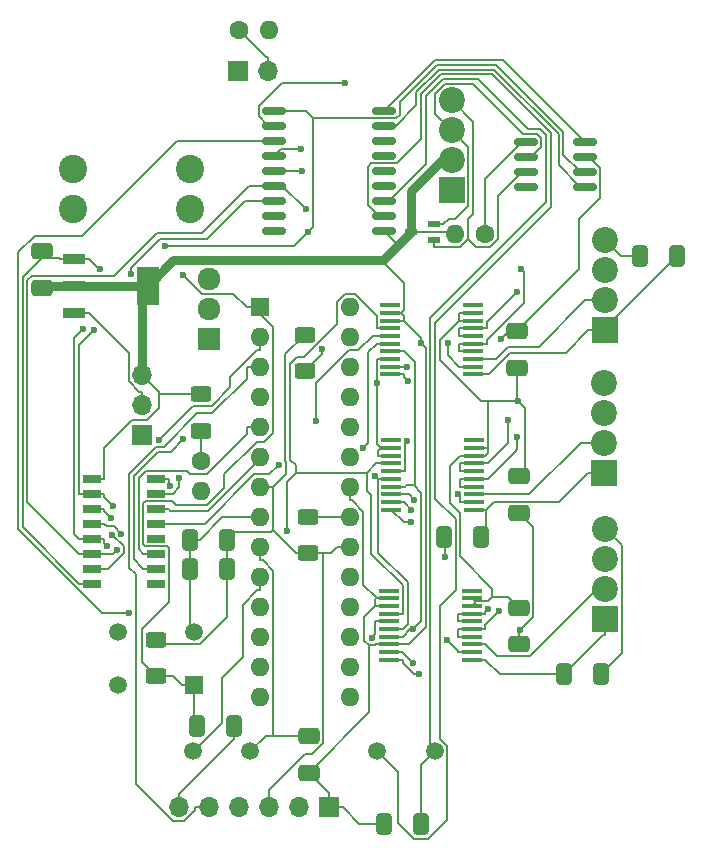
<source format=gbr>
%TF.GenerationSoftware,KiCad,Pcbnew,8.0.1-rc1*%
%TF.CreationDate,2024-11-21T18:28:05-08:00*%
%TF.ProjectId,AMS - CANBus Sensor - Temperature - RTD,414d5320-2d20-4434-914e-427573205365,rev?*%
%TF.SameCoordinates,Original*%
%TF.FileFunction,Copper,L2,Bot*%
%TF.FilePolarity,Positive*%
%FSLAX46Y46*%
G04 Gerber Fmt 4.6, Leading zero omitted, Abs format (unit mm)*
G04 Created by KiCad (PCBNEW 8.0.1-rc1) date 2024-11-21 18:28:05*
%MOMM*%
%LPD*%
G01*
G04 APERTURE LIST*
G04 Aperture macros list*
%AMRoundRect*
0 Rectangle with rounded corners*
0 $1 Rounding radius*
0 $2 $3 $4 $5 $6 $7 $8 $9 X,Y pos of 4 corners*
0 Add a 4 corners polygon primitive as box body*
4,1,4,$2,$3,$4,$5,$6,$7,$8,$9,$2,$3,0*
0 Add four circle primitives for the rounded corners*
1,1,$1+$1,$2,$3*
1,1,$1+$1,$4,$5*
1,1,$1+$1,$6,$7*
1,1,$1+$1,$8,$9*
0 Add four rect primitives between the rounded corners*
20,1,$1+$1,$2,$3,$4,$5,0*
20,1,$1+$1,$4,$5,$6,$7,0*
20,1,$1+$1,$6,$7,$8,$9,0*
20,1,$1+$1,$8,$9,$2,$3,0*%
G04 Aperture macros list end*
%TA.AperFunction,SMDPad,CuDef*%
%ADD10RoundRect,0.250000X-0.412500X-0.650000X0.412500X-0.650000X0.412500X0.650000X-0.412500X0.650000X0*%
%TD*%
%TA.AperFunction,ComponentPad*%
%ADD11C,2.400000*%
%TD*%
%TA.AperFunction,ComponentPad*%
%ADD12R,1.500000X1.500000*%
%TD*%
%TA.AperFunction,ComponentPad*%
%ADD13C,1.500000*%
%TD*%
%TA.AperFunction,ComponentPad*%
%ADD14R,1.920000X1.920000*%
%TD*%
%TA.AperFunction,ComponentPad*%
%ADD15C,1.920000*%
%TD*%
%TA.AperFunction,SMDPad,CuDef*%
%ADD16R,1.850000X0.900000*%
%TD*%
%TA.AperFunction,SMDPad,CuDef*%
%ADD17R,1.850000X3.200000*%
%TD*%
%TA.AperFunction,SMDPad,CuDef*%
%ADD18R,1.525000X0.650000*%
%TD*%
%TA.AperFunction,SMDPad,CuDef*%
%ADD19R,1.000000X0.550000*%
%TD*%
%TA.AperFunction,ComponentPad*%
%ADD20C,1.600000*%
%TD*%
%TA.AperFunction,ComponentPad*%
%ADD21O,1.600000X1.600000*%
%TD*%
%TA.AperFunction,ComponentPad*%
%ADD22R,2.200000X2.200000*%
%TD*%
%TA.AperFunction,ComponentPad*%
%ADD23C,2.200000*%
%TD*%
%TA.AperFunction,ComponentPad*%
%ADD24R,1.700000X1.700000*%
%TD*%
%TA.AperFunction,ComponentPad*%
%ADD25O,1.700000X1.700000*%
%TD*%
%TA.AperFunction,ComponentPad*%
%ADD26R,1.600000X1.600000*%
%TD*%
%TA.AperFunction,SMDPad,CuDef*%
%ADD27RoundRect,0.250000X0.650000X-0.412500X0.650000X0.412500X-0.650000X0.412500X-0.650000X-0.412500X0*%
%TD*%
%TA.AperFunction,SMDPad,CuDef*%
%ADD28RoundRect,0.250000X-0.650000X0.412500X-0.650000X-0.412500X0.650000X-0.412500X0.650000X0.412500X0*%
%TD*%
%TA.AperFunction,SMDPad,CuDef*%
%ADD29RoundRect,0.150000X0.825000X0.150000X-0.825000X0.150000X-0.825000X-0.150000X0.825000X-0.150000X0*%
%TD*%
%TA.AperFunction,SMDPad,CuDef*%
%ADD30R,1.705000X0.450000*%
%TD*%
%TA.AperFunction,SMDPad,CuDef*%
%ADD31RoundRect,0.250000X-0.625000X0.400000X-0.625000X-0.400000X0.625000X-0.400000X0.625000X0.400000X0*%
%TD*%
%TA.AperFunction,SMDPad,CuDef*%
%ADD32RoundRect,0.250000X0.412500X0.650000X-0.412500X0.650000X-0.412500X-0.650000X0.412500X-0.650000X0*%
%TD*%
%TA.AperFunction,SMDPad,CuDef*%
%ADD33RoundRect,0.150000X0.875000X0.150000X-0.875000X0.150000X-0.875000X-0.150000X0.875000X-0.150000X0*%
%TD*%
%TA.AperFunction,SMDPad,CuDef*%
%ADD34RoundRect,0.250000X0.625000X-0.400000X0.625000X0.400000X-0.625000X0.400000X-0.625000X-0.400000X0*%
%TD*%
%TA.AperFunction,ViaPad*%
%ADD35C,0.600000*%
%TD*%
%TA.AperFunction,Conductor*%
%ADD36C,0.200000*%
%TD*%
%TA.AperFunction,Conductor*%
%ADD37C,0.762000*%
%TD*%
G04 APERTURE END LIST*
D10*
%TO.P,C10,2*%
%TO.N,/MAX31865AAP+1/RTDIn+*%
X176219551Y-77425242D03*
%TO.P,C10,1*%
%TO.N,/MAX31865AAP+1/RTDin-*%
X173094551Y-77425242D03*
%TD*%
D11*
%TO.P,U5,1,1*%
%TO.N,Net-(Q1-Pad3)*%
X134999500Y-70018000D03*
%TO.P,U5,2,2*%
X134999500Y-73418000D03*
%TO.P,U5,3,3*%
%TO.N,+VDC*%
X125079500Y-70018000D03*
%TO.P,U5,4,4*%
X125079500Y-73418000D03*
%TD*%
D12*
%TO.P,Reset1,1,NO_1*%
%TO.N,/BareMinAtmel328P/RESET*%
X135385300Y-113752500D03*
D13*
%TO.P,Reset1,2,NO_2*%
%TO.N,unconnected-(Reset1-NO_2-Pad2)*%
X128885300Y-113752500D03*
%TO.P,Reset1,3,COM_1*%
%TO.N,GND*%
X135385300Y-109252500D03*
%TO.P,Reset1,4,COM_2*%
%TO.N,unconnected-(Reset1-COM_2-Pad4)*%
X128885300Y-109252500D03*
%TD*%
D14*
%TO.P,Q1,1*%
%TO.N,Net-(Q1-Pad1)*%
X136586000Y-84423600D03*
D15*
%TO.P,Q1,2*%
%TO.N,Net-(J1-Pin_1)*%
X136586000Y-81883600D03*
%TO.P,Q1,3*%
%TO.N,Net-(Q1-Pad3)*%
X136586000Y-79343600D03*
%TD*%
D16*
%TO.P,IC5,1,INPUT*%
%TO.N,+5V*%
X125227300Y-82238500D03*
%TO.P,IC5,2,ADJ/GND_1*%
%TO.N,GND*%
X125227300Y-79938500D03*
%TO.P,IC5,3,OUTPUT*%
%TO.N,+3.3V*%
X125227300Y-77638500D03*
D17*
%TO.P,IC5,4,ADJ/GND_2*%
%TO.N,GND*%
X131427300Y-79938500D03*
%TD*%
D18*
%TO.P,IC4,1,VCC*%
%TO.N,+3.3V*%
X126702000Y-105163600D03*
%TO.P,IC4,2,1Y*%
%TO.N,/MAX31865AAP+1/SLC3v*%
X126702000Y-103893600D03*
%TO.P,IC4,3,1A*%
%TO.N,CLK*%
X126702000Y-102623600D03*
%TO.P,IC4,4,2Y*%
%TO.N,MISO*%
X126702000Y-101353600D03*
%TO.P,IC4,5,2A*%
%TO.N,/MAX31865AAP+1/MISO3v*%
X126702000Y-100083600D03*
%TO.P,IC4,6,3Y*%
%TO.N,/MAX31865AAP+1/MOSI3v*%
X126702000Y-98813600D03*
%TO.P,IC4,7,3A*%
%TO.N,MOSI*%
X126702000Y-97543600D03*
%TO.P,IC4,8,GND*%
%TO.N,GND*%
X126702000Y-96273600D03*
%TO.P,IC4,9,4A*%
%TO.N,/BareMinAtmel328P/PD5-D5*%
X132126000Y-96273600D03*
%TO.P,IC4,10,4Y*%
%TO.N,/MAX31865AAP+3/CS3v*%
X132126000Y-97543600D03*
%TO.P,IC4,11,5A*%
%TO.N,/BareMinAtmel328P/PD4-D4*%
X132126000Y-98813600D03*
%TO.P,IC4,12,5Y*%
%TO.N,/MAX31865AAP+2/CS3v*%
X132126000Y-100083600D03*
%TO.P,IC4,13,NC_1*%
%TO.N,unconnected-(IC4-NC_1-Pad13)*%
X132126000Y-101353600D03*
%TO.P,IC4,14,6A*%
%TO.N,/BareMinAtmel328P/PD3-D3*%
X132126000Y-102623600D03*
%TO.P,IC4,15,6Y*%
%TO.N,/MAX31865AAP+1/CS3v*%
X132126000Y-103893600D03*
%TO.P,IC4,16,NC_2*%
%TO.N,unconnected-(IC4-NC_2-Pad16)*%
X132126000Y-105163600D03*
%TD*%
D19*
%TO.P,D1,1,CATHODE_1*%
%TO.N,CANBUS_H*%
X155655900Y-74744100D03*
%TO.P,D1,2,CATHODE_2*%
%TO.N,CANBUS_L*%
X155655900Y-76044100D03*
%TO.P,D1,3,COMMON_ANODE*%
%TO.N,GND*%
X153755900Y-75394100D03*
%TD*%
D20*
%TO.P,R7,1*%
%TO.N,Net-(J5-Pin_2)*%
X139116100Y-58260700D03*
D21*
%TO.P,R7,2*%
%TO.N,CANBUS_L*%
X141656100Y-58260700D03*
%TD*%
D22*
%TO.P,J1,1,Pin_1*%
%TO.N,Net-(J1-Pin_1)*%
X157148000Y-71872800D03*
D23*
%TO.P,J1,2,Pin_2*%
%TO.N,GND*%
X157148000Y-69332800D03*
%TO.P,J1,3,Pin_3*%
%TO.N,CANBUS_H*%
X157148000Y-66792800D03*
%TO.P,J1,4,Pin_4*%
%TO.N,CANBUS_L*%
X157148000Y-64252800D03*
%TD*%
D20*
%TO.P,NTC1,1*%
%TO.N,/BareMinAtmel328P/PC0-A0*%
X135965600Y-94809500D03*
D21*
%TO.P,NTC1,2*%
%TO.N,+5V*%
X135965600Y-97349500D03*
%TD*%
D24*
%TO.P,J3,1,Pin_1*%
%TO.N,GND*%
X146767300Y-124094700D03*
D25*
%TO.P,J3,2,Pin_2*%
%TO.N,unconnected-(J3-Pin_2-Pad2)*%
X144227300Y-124094700D03*
%TO.P,J3,3,Pin_3*%
%TO.N,+5V*%
X141687300Y-124094700D03*
%TO.P,J3,4,Pin_4*%
%TO.N,/BareMinAtmel328P/PD0-RX*%
X139147300Y-124094700D03*
%TO.P,J3,5,Pin_5*%
%TO.N,/BareMinAtmel328P/PD1-TX*%
X136607300Y-124094700D03*
%TO.P,J3,6,Pin_6*%
%TO.N,Net-(J3-Pin_6)*%
X134067300Y-124094700D03*
%TD*%
D22*
%TO.P,J15,1,Pin_1*%
%TO.N,/MAX31865AAP+2/RTDIn+*%
X170096300Y-95754700D03*
D23*
%TO.P,J15,2,Pin_2*%
%TO.N,/MAX31865AAP+2/FORCE+*%
X170096300Y-93214700D03*
%TO.P,J15,3,Pin_3*%
%TO.N,/MAX31865AAP+2/FORCE-*%
X170096300Y-90674700D03*
%TO.P,J15,4,Pin_4*%
%TO.N,/MAX31865AAP+2/RTDin-*%
X170096300Y-88134700D03*
%TD*%
D20*
%TO.P,R6,1*%
%TO.N,Net-(U4-Rs)*%
X159962900Y-75582300D03*
D21*
%TO.P,R6,2*%
%TO.N,GND*%
X157422900Y-75582300D03*
%TD*%
D22*
%TO.P,J14,1,Pin_1*%
%TO.N,/MAX31865AAP+1/RTDIn+*%
X170140100Y-83727200D03*
D23*
%TO.P,J14,2,Pin_2*%
%TO.N,/MAX31865AAP+1/FORCE+*%
X170140100Y-81187200D03*
%TO.P,J14,3,Pin_3*%
%TO.N,/MAX31865AAP+1/FORCE-*%
X170140100Y-78647200D03*
%TO.P,J14,4,Pin_4*%
%TO.N,/MAX31865AAP+1/RTDin-*%
X170140100Y-76107200D03*
%TD*%
D22*
%TO.P,J16,1,Pin_1*%
%TO.N,/MAX31865AAP+3/RTDIn+*%
X170157100Y-108131600D03*
D23*
%TO.P,J16,2,Pin_2*%
%TO.N,/MAX31865AAP+3/FORCE+*%
X170157100Y-105591600D03*
%TO.P,J16,3,Pin_3*%
%TO.N,/MAX31865AAP+3/FORCE-*%
X170157100Y-103051600D03*
%TO.P,J16,4,Pin_4*%
%TO.N,/MAX31865AAP+3/RTDin-*%
X170157100Y-100511600D03*
%TD*%
D24*
%TO.P,Powerboard1,1,Pin_1*%
%TO.N,+VDC*%
X130976300Y-92602600D03*
D25*
%TO.P,Powerboard1,2,Pin_2*%
%TO.N,+5V*%
X130976300Y-90062600D03*
%TO.P,Powerboard1,3,Pin_3*%
%TO.N,GND*%
X130976300Y-87522600D03*
%TD*%
D26*
%TO.P,U2,1,~{RESET}/PC6*%
%TO.N,/BareMinAtmel328P/RESET*%
X140929500Y-81761800D03*
D21*
%TO.P,U2,2,PD0*%
%TO.N,/BareMinAtmel328P/PD0-RX*%
X140929500Y-84301800D03*
%TO.P,U2,3,PD1*%
%TO.N,/BareMinAtmel328P/PD1-TX*%
X140929500Y-86841800D03*
%TO.P,U2,4,PD2*%
%TO.N,/BareMinAtmel328P/PD2-D2*%
X140929500Y-89381800D03*
%TO.P,U2,5,PD3*%
%TO.N,/BareMinAtmel328P/PD3-D3*%
X140929500Y-91921800D03*
%TO.P,U2,6,PD4*%
%TO.N,/BareMinAtmel328P/PD4-D4*%
X140929500Y-94461800D03*
%TO.P,U2,7,VCC*%
%TO.N,+5V*%
X140929500Y-97001800D03*
%TO.P,U2,8,GND*%
%TO.N,GND*%
X140929500Y-99541800D03*
%TO.P,U2,9,XTAL1/PB6*%
%TO.N,Net-(U2-XTAL1{slash}PB6)*%
X140929500Y-102081800D03*
%TO.P,U2,10,XTAL2/PB7*%
%TO.N,Net-(U2-XTAL2{slash}PB7)*%
X140929500Y-104621800D03*
%TO.P,U2,11,PD5*%
%TO.N,/BareMinAtmel328P/PD5-D5*%
X140929500Y-107161800D03*
%TO.P,U2,12,PD6*%
%TO.N,/BareMinAtmel328P/PD6-D6*%
X140929500Y-109701800D03*
%TO.P,U2,13,PD7*%
%TO.N,/BareMinAtmel328P/PD7-D7*%
X140929500Y-112241800D03*
%TO.P,U2,14,PB0*%
%TO.N,/BareMinAtmel328P/PB0-D8*%
X140929500Y-114781800D03*
%TO.P,U2,15,PB1*%
%TO.N,/BareMinAtmel328P/PB1-D9*%
X148549500Y-114781800D03*
%TO.P,U2,16,PB2*%
%TO.N,/BareMinAtmel328P/PB2-D10-SS*%
X148549500Y-112241800D03*
%TO.P,U2,17,PB3*%
%TO.N,MOSI*%
X148549500Y-109701800D03*
%TO.P,U2,18,PB4*%
%TO.N,MISO*%
X148549500Y-107161800D03*
%TO.P,U2,19,PB5*%
%TO.N,CLK*%
X148549500Y-104621800D03*
%TO.P,U2,20,AVCC*%
%TO.N,+5V*%
X148549500Y-102081800D03*
%TO.P,U2,21,AREF*%
%TO.N,/BareMinAtmel328P/AREF*%
X148549500Y-99541800D03*
%TO.P,U2,22,GND*%
%TO.N,GND*%
X148549500Y-97001800D03*
%TO.P,U2,23,PC0*%
%TO.N,/BareMinAtmel328P/PC0-A0*%
X148549500Y-94461800D03*
%TO.P,U2,24,PC1*%
%TO.N,/BareMinAtmel328P/PC1-A1*%
X148549500Y-91921800D03*
%TO.P,U2,25,PC2*%
%TO.N,/BareMinAtmel328P/PC2-A2*%
X148549500Y-89381800D03*
%TO.P,U2,26,PC3*%
%TO.N,/BareMinAtmel328P/PC3-A3*%
X148549500Y-86841800D03*
%TO.P,U2,27,PC4*%
%TO.N,/BareMinAtmel328P/PC4-A4-SDA*%
X148549500Y-84301800D03*
%TO.P,U2,28,PC5*%
%TO.N,/BareMinAtmel328P/PC5-A5-SCL*%
X148549500Y-81761800D03*
%TD*%
D24*
%TO.P,J5,1,Pin_1*%
%TO.N,CANBUS_H*%
X139049600Y-61738500D03*
D25*
%TO.P,J5,2,Pin_2*%
%TO.N,Net-(J5-Pin_2)*%
X141589600Y-61738500D03*
%TD*%
D13*
%TO.P,Y2,2,2*%
%TO.N,Net-(U3-OSC2)*%
X155712100Y-119374400D03*
%TO.P,Y2,1,1*%
%TO.N,Net-(U3-OSC1)*%
X150832100Y-119374400D03*
%TD*%
%TO.P,Y1,1,1*%
%TO.N,Net-(U2-XTAL2{slash}PB7)*%
X135241300Y-119345300D03*
%TO.P,Y1,2,2*%
%TO.N,Net-(U2-XTAL1{slash}PB6)*%
X140121300Y-119345300D03*
%TD*%
D27*
%TO.P,C17,1*%
%TO.N,GND*%
X122452500Y-80108100D03*
%TO.P,C17,2*%
%TO.N,+3.3V*%
X122452500Y-76983100D03*
%TD*%
D28*
%TO.P,C2,1*%
%TO.N,Net-(U2-XTAL1{slash}PB6)*%
X145046300Y-118038200D03*
%TO.P,C2,2*%
%TO.N,GND*%
X145046300Y-121163200D03*
%TD*%
D29*
%TO.P,U4,1,TXD*%
%TO.N,/CANBUS-MCP2515/TXtoCANTC*%
X168429800Y-67769000D03*
%TO.P,U4,2,VSS*%
%TO.N,GND*%
X168429800Y-69039000D03*
%TO.P,U4,3,VDD*%
%TO.N,+5V*%
X168429800Y-70309000D03*
%TO.P,U4,4,RXD*%
%TO.N,/CANBUS-MCP2515/RXtoCANTC*%
X168429800Y-71579000D03*
%TO.P,U4,5,Vref*%
%TO.N,unconnected-(U4-Vref-Pad5)*%
X163479800Y-71579000D03*
%TO.P,U4,6,CANL*%
%TO.N,CANBUS_L*%
X163479800Y-70309000D03*
%TO.P,U4,7,CANH*%
%TO.N,CANBUS_H*%
X163479800Y-69039000D03*
%TO.P,U4,8,Rs*%
%TO.N,Net-(U4-Rs)*%
X163479800Y-67769000D03*
%TD*%
D30*
%TO.P,IC2,1,~{DRDY}*%
%TO.N,unconnected-(IC2-~{DRDY}-Pad1)*%
X159052800Y-93041700D03*
%TO.P,IC2,2,DVDD*%
%TO.N,+3.3V*%
X159052800Y-93691700D03*
%TO.P,IC2,3,VDD*%
X159052800Y-94341700D03*
%TO.P,IC2,4,BIAS*%
%TO.N,Net-(IC2-BIAS)*%
X159052800Y-94991700D03*
%TO.P,IC2,5,REFIN+*%
X159052800Y-95641700D03*
%TO.P,IC2,6,REFIN-*%
%TO.N,Net-(IC2-ISENSOR)*%
X159052800Y-96291700D03*
%TO.P,IC2,7,ISENSOR*%
X159052800Y-96941700D03*
%TO.P,IC2,8,FORCE+*%
%TO.N,/MAX31865AAP+2/FORCE+*%
X159052800Y-97591700D03*
%TO.P,IC2,9,FORCE2*%
%TO.N,Net-(IC2-FORCE2)*%
X159052800Y-98241700D03*
%TO.P,IC2,10,RTDIN+*%
%TO.N,/MAX31865AAP+2/RTDIn+*%
X159052800Y-98891700D03*
%TO.P,IC2,11,RTDIN-*%
%TO.N,/MAX31865AAP+2/RTDin-*%
X152056800Y-98891700D03*
%TO.P,IC2,12,FORCE-*%
%TO.N,/MAX31865AAP+2/FORCE-*%
X152056800Y-98241700D03*
%TO.P,IC2,13,GND2*%
%TO.N,GND*%
X152056800Y-97591700D03*
%TO.P,IC2,14,SDI*%
%TO.N,/MAX31865AAP+1/MOSI3v*%
X152056800Y-96941700D03*
%TO.P,IC2,15,SCLK*%
%TO.N,/MAX31865AAP+1/SLC3v*%
X152056800Y-96291700D03*
%TO.P,IC2,16,~{CS}*%
%TO.N,/MAX31865AAP+2/CS3v*%
X152056800Y-95641700D03*
%TO.P,IC2,17,SDO*%
%TO.N,/MAX31865AAP+1/MISO3v*%
X152056800Y-94991700D03*
%TO.P,IC2,18,DGND*%
%TO.N,GND*%
X152056800Y-94341700D03*
%TO.P,IC2,19,GND*%
X152056800Y-93691700D03*
%TO.P,IC2,20,N.C.*%
%TO.N,unconnected-(IC2-N.C.-Pad20)*%
X152056800Y-93041700D03*
%TD*%
D31*
%TO.P,R4,1*%
%TO.N,+5V*%
X132096400Y-109912300D03*
%TO.P,R4,2*%
%TO.N,/BareMinAtmel328P/RESET*%
X132096400Y-113012300D03*
%TD*%
D27*
%TO.P,C9,1*%
%TO.N,+3.3V*%
X162729800Y-86897200D03*
%TO.P,C9,2*%
%TO.N,GND*%
X162729800Y-83772200D03*
%TD*%
D32*
%TO.P,C4,1*%
%TO.N,Net-(U3-OSC2)*%
X154543600Y-125526100D03*
%TO.P,C4,2*%
%TO.N,GND*%
X151418600Y-125526100D03*
%TD*%
D33*
%TO.P,U3,1,TXCAN*%
%TO.N,/CANBUS-MCP2515/TXtoCANTC*%
X151455100Y-65127000D03*
%TO.P,U3,2,RXCAN*%
%TO.N,/CANBUS-MCP2515/RXtoCANTC*%
X151455100Y-66397000D03*
%TO.P,U3,3,CLKOUT/SOF*%
%TO.N,unconnected-(U3-CLKOUT{slash}SOF-Pad3)*%
X151455100Y-67667000D03*
%TO.P,U3,4,~{TX0RTS}*%
%TO.N,unconnected-(U3-~{TX0RTS}-Pad4)*%
X151455100Y-68937000D03*
%TO.P,U3,5,~{TX1RTS}*%
%TO.N,unconnected-(U3-~{TX1RTS}-Pad5)*%
X151455100Y-70207000D03*
%TO.P,U3,6,~{TX2RTS}*%
%TO.N,unconnected-(U3-~{TX2RTS}-Pad6)*%
X151455100Y-71477000D03*
%TO.P,U3,7,OSC2*%
%TO.N,Net-(U3-OSC2)*%
X151455100Y-72747000D03*
%TO.P,U3,8,OSC1*%
%TO.N,Net-(U3-OSC1)*%
X151455100Y-74017000D03*
%TO.P,U3,9,VSS*%
%TO.N,GND*%
X151455100Y-75287000D03*
%TO.P,U3,10,~{RX1BF}*%
%TO.N,unconnected-(U3-~{RX1BF}-Pad10)*%
X142155100Y-75287000D03*
%TO.P,U3,11,~{RX0BF}*%
%TO.N,unconnected-(U3-~{RX0BF}-Pad11)*%
X142155100Y-74017000D03*
%TO.P,U3,12,~{INT}*%
%TO.N,/BareMinAtmel328P/PD2-D2*%
X142155100Y-72747000D03*
%TO.P,U3,13,SCK*%
%TO.N,CLK*%
X142155100Y-71477000D03*
%TO.P,U3,14,SI*%
%TO.N,MOSI*%
X142155100Y-70207000D03*
%TO.P,U3,15,SO*%
%TO.N,MISO*%
X142155100Y-68937000D03*
%TO.P,U3,16,~{CS}*%
%TO.N,/BareMinAtmel328P/PB1-D9*%
X142155100Y-67667000D03*
%TO.P,U3,17,~{RESET}*%
%TO.N,Net-(U3-~{RESET})*%
X142155100Y-66397000D03*
%TO.P,U3,18,VDD*%
%TO.N,+5V*%
X142155100Y-65127000D03*
%TD*%
D34*
%TO.P,R5,1*%
%TO.N,Net-(U3-~{RESET})*%
X144703000Y-87196800D03*
%TO.P,R5,2*%
%TO.N,+5V*%
X144703000Y-84096800D03*
%TD*%
D31*
%TO.P,R3,1*%
%TO.N,GND*%
X135973000Y-89148700D03*
%TO.P,R3,2*%
%TO.N,/BareMinAtmel328P/PC0-A0*%
X135973000Y-92248700D03*
%TD*%
D30*
%TO.P,IC3,1,~{DRDY}*%
%TO.N,unconnected-(IC3-~{DRDY}-Pad1)*%
X158862000Y-105750800D03*
%TO.P,IC3,2,DVDD*%
%TO.N,+3.3V*%
X158862000Y-106400800D03*
%TO.P,IC3,3,VDD*%
X158862000Y-107050800D03*
%TO.P,IC3,4,BIAS*%
%TO.N,Net-(IC3-BIAS)*%
X158862000Y-107700800D03*
%TO.P,IC3,5,REFIN+*%
X158862000Y-108350800D03*
%TO.P,IC3,6,REFIN-*%
%TO.N,Net-(IC3-ISENSOR)*%
X158862000Y-109000800D03*
%TO.P,IC3,7,ISENSOR*%
X158862000Y-109650800D03*
%TO.P,IC3,8,FORCE+*%
%TO.N,/MAX31865AAP+3/FORCE+*%
X158862000Y-110300800D03*
%TO.P,IC3,9,FORCE2*%
%TO.N,Net-(IC3-FORCE2)*%
X158862000Y-110950800D03*
%TO.P,IC3,10,RTDIN+*%
%TO.N,/MAX31865AAP+3/RTDIn+*%
X158862000Y-111600800D03*
%TO.P,IC3,11,RTDIN-*%
%TO.N,/MAX31865AAP+3/RTDin-*%
X151866000Y-111600800D03*
%TO.P,IC3,12,FORCE-*%
%TO.N,/MAX31865AAP+3/FORCE-*%
X151866000Y-110950800D03*
%TO.P,IC3,13,GND2*%
%TO.N,GND*%
X151866000Y-110300800D03*
%TO.P,IC3,14,SDI*%
%TO.N,/MAX31865AAP+1/MOSI3v*%
X151866000Y-109650800D03*
%TO.P,IC3,15,SCLK*%
%TO.N,/MAX31865AAP+1/SLC3v*%
X151866000Y-109000800D03*
%TO.P,IC3,16,~{CS}*%
%TO.N,/MAX31865AAP+3/CS3v*%
X151866000Y-108350800D03*
%TO.P,IC3,17,SDO*%
%TO.N,/MAX31865AAP+1/MISO3v*%
X151866000Y-107700800D03*
%TO.P,IC3,18,DGND*%
%TO.N,GND*%
X151866000Y-107050800D03*
%TO.P,IC3,19,GND*%
X151866000Y-106400800D03*
%TO.P,IC3,20,N.C.*%
%TO.N,unconnected-(IC3-N.C.-Pad20)*%
X151866000Y-105750800D03*
%TD*%
D32*
%TO.P,C1,1*%
%TO.N,Net-(J3-Pin_6)*%
X138717100Y-117199700D03*
%TO.P,C1,2*%
%TO.N,/BareMinAtmel328P/RESET*%
X135592100Y-117199700D03*
%TD*%
D31*
%TO.P,R2,1*%
%TO.N,/BareMinAtmel328P/AREF*%
X144995600Y-99509000D03*
%TO.P,R2,2*%
%TO.N,+5V*%
X144995600Y-102609000D03*
%TD*%
D30*
%TO.P,IC1,1,~{DRDY}*%
%TO.N,unconnected-(IC1-~{DRDY}-Pad1)*%
X158961000Y-81591200D03*
%TO.P,IC1,2,DVDD*%
%TO.N,+3.3V*%
X158961000Y-82241200D03*
%TO.P,IC1,3,VDD*%
X158961000Y-82891200D03*
%TO.P,IC1,4,BIAS*%
%TO.N,Net-(IC1-BIAS)*%
X158961000Y-83541200D03*
%TO.P,IC1,5,REFIN+*%
X158961000Y-84191200D03*
%TO.P,IC1,6,REFIN-*%
%TO.N,Net-(IC1-ISENSOR)*%
X158961000Y-84841200D03*
%TO.P,IC1,7,ISENSOR*%
X158961000Y-85491200D03*
%TO.P,IC1,8,FORCE+*%
%TO.N,/MAX31865AAP+1/FORCE+*%
X158961000Y-86141200D03*
%TO.P,IC1,9,FORCE2*%
%TO.N,Net-(IC1-FORCE2)*%
X158961000Y-86791200D03*
%TO.P,IC1,10,RTDIN+*%
%TO.N,/MAX31865AAP+1/RTDIn+*%
X158961000Y-87441200D03*
%TO.P,IC1,11,RTDIN-*%
%TO.N,/MAX31865AAP+1/RTDin-*%
X151965000Y-87441200D03*
%TO.P,IC1,12,FORCE-*%
%TO.N,/MAX31865AAP+1/FORCE-*%
X151965000Y-86791200D03*
%TO.P,IC1,13,GND2*%
%TO.N,GND*%
X151965000Y-86141200D03*
%TO.P,IC1,14,SDI*%
%TO.N,/MAX31865AAP+1/MOSI3v*%
X151965000Y-85491200D03*
%TO.P,IC1,15,SCLK*%
%TO.N,/MAX31865AAP+1/SLC3v*%
X151965000Y-84841200D03*
%TO.P,IC1,16,~{CS}*%
%TO.N,/MAX31865AAP+1/CS3v*%
X151965000Y-84191200D03*
%TO.P,IC1,17,SDO*%
%TO.N,/MAX31865AAP+1/MISO3v*%
X151965000Y-83541200D03*
%TO.P,IC1,18,DGND*%
%TO.N,GND*%
X151965000Y-82891200D03*
%TO.P,IC1,19,GND*%
X151965000Y-82241200D03*
%TO.P,IC1,20,N.C.*%
%TO.N,unconnected-(IC1-N.C.-Pad20)*%
X151965000Y-81591200D03*
%TD*%
D28*
%TO.P,C12,1*%
%TO.N,+3.3V*%
X162889700Y-96066100D03*
%TO.P,C12,2*%
%TO.N,GND*%
X162889700Y-99191100D03*
%TD*%
D32*
%TO.P,C7,1*%
%TO.N,+5V*%
X138126100Y-103901500D03*
%TO.P,C7,2*%
%TO.N,GND*%
X135001100Y-103901500D03*
%TD*%
D10*
%TO.P,C13,1*%
%TO.N,/MAX31865AAP+2/RTDin-*%
X156521000Y-101175400D03*
%TO.P,C13,2*%
%TO.N,/MAX31865AAP+2/RTDIn+*%
X159646000Y-101175400D03*
%TD*%
D32*
%TO.P,C6,1*%
%TO.N,+5V*%
X138122400Y-101431600D03*
%TO.P,C6,2*%
%TO.N,GND*%
X134997400Y-101431600D03*
%TD*%
D28*
%TO.P,C14,1*%
%TO.N,+3.3V*%
X162869100Y-107189900D03*
%TO.P,C14,2*%
%TO.N,GND*%
X162869100Y-110314900D03*
%TD*%
D32*
%TO.P,C16,1*%
%TO.N,/MAX31865AAP+3/RTDin-*%
X169811100Y-112819400D03*
%TO.P,C16,2*%
%TO.N,/MAX31865AAP+3/RTDIn+*%
X166686100Y-112819400D03*
%TD*%
D35*
%TO.N,CLK*%
X144808400Y-73455300D03*
X128797700Y-102279900D03*
%TO.N,MISO*%
X144421600Y-68405300D03*
X127984300Y-101983600D03*
X125982200Y-83637200D03*
%TO.N,MOSI*%
X126867100Y-83718600D03*
X128504700Y-98601700D03*
X144513100Y-70231200D03*
%TO.N,Net-(IC3-ISENSOR)*%
X161205700Y-107462500D03*
%TO.N,Net-(IC3-FORCE2)*%
X156743100Y-109925200D03*
%TO.N,Net-(IC3-BIAS)*%
X160259700Y-107336600D03*
%TO.N,/MAX31865AAP+3/FORCE-*%
X153890900Y-111885500D03*
%TO.N,/MAX31865AAP+3/CS3v*%
X150374600Y-109756000D03*
X134078400Y-96228800D03*
%TO.N,Net-(IC2-FORCE2)*%
X157666100Y-97585300D03*
%TO.N,/MAX31865AAP+2/FORCE-*%
X153734900Y-98888300D03*
%TO.N,Net-(IC2-BIAS)*%
X161968100Y-91318800D03*
%TO.N,Net-(IC2-ISENSOR)*%
X162700100Y-92711800D03*
%TO.N,/MAX31865AAP+2/CS3v*%
X153416500Y-93079100D03*
X142509400Y-95108700D03*
%TO.N,/MAX31865AAP+1/FORCE-*%
X153381600Y-86791100D03*
%TO.N,/MAX31865AAP+1/MISO3v*%
X143249800Y-100688000D03*
X129200900Y-100945500D03*
%TO.N,Net-(IC1-ISENSOR)*%
X162993800Y-78519200D03*
%TO.N,Net-(IC1-FORCE2)*%
X156818300Y-84794800D03*
%TO.N,/MAX31865AAP+1/CS3v*%
X145655000Y-91359300D03*
X134441200Y-92918000D03*
%TO.N,/MAX31865AAP+1/SLC3v*%
X149620900Y-93690000D03*
X128399100Y-101009700D03*
X150686300Y-96075400D03*
%TO.N,Net-(IC1-BIAS)*%
X162657400Y-80480600D03*
%TO.N,/MAX31865AAP+1/MOSI3v*%
X153854900Y-109017400D03*
X128294700Y-99581700D03*
%TO.N,+3.3V*%
X162762700Y-89703800D03*
X127426900Y-78493400D03*
%TO.N,/MAX31865AAP+3/RTDin-*%
X154362900Y-112825200D03*
%TO.N,/MAX31865AAP+2/RTDin-*%
X156637800Y-102911900D03*
X153713100Y-99982000D03*
%TO.N,/MAX31865AAP+1/RTDin-*%
X153465200Y-87990000D03*
%TO.N,Net-(U3-~{RESET})*%
X146207100Y-85295300D03*
X148134000Y-62777700D03*
%TO.N,/BareMinAtmel328P/PD2-D2*%
X130000300Y-78907000D03*
%TO.N,/BareMinAtmel328P/PB1-D9*%
X129826400Y-107667300D03*
%TO.N,/BareMinAtmel328P/PD5-D5*%
X133303900Y-96916800D03*
%TO.N,/BareMinAtmel328P/PD0-RX*%
X132403200Y-92991500D03*
%TO.N,+5V*%
X145030300Y-75355000D03*
X132920600Y-76553700D03*
%TO.N,/BareMinAtmel328P/RESET*%
X134378900Y-79001900D03*
%TO.N,GND*%
X150810800Y-88200100D03*
X153959400Y-98041100D03*
X154561200Y-84802700D03*
X161326600Y-84475100D03*
X162935600Y-109120100D03*
%TD*%
D36*
%TO.N,/MAX31865AAP+1/RTDin-*%
X171458142Y-77425242D02*
X170140100Y-76107200D01*
X173094551Y-77425242D02*
X171458142Y-77425242D01*
%TO.N,/MAX31865AAP+1/RTDIn+*%
X170140100Y-83504693D02*
X170140100Y-83727200D01*
X176219551Y-77425242D02*
X170140100Y-83504693D01*
%TO.N,CLK*%
X128454000Y-102623600D02*
X128797700Y-102279900D01*
X127134100Y-102623600D02*
X128454000Y-102623600D01*
X144808400Y-73455300D02*
X142830100Y-71477000D01*
X126702000Y-102623600D02*
X125637800Y-102623600D01*
X121237700Y-98223500D02*
X125637800Y-102623600D01*
X121237700Y-79468200D02*
X121237700Y-98223500D01*
X121589900Y-79116000D02*
X121237700Y-79468200D01*
X128585600Y-79116000D02*
X121589900Y-79116000D01*
X132229700Y-75471900D02*
X128585600Y-79116000D01*
X135982700Y-75471900D02*
X132229700Y-75471900D01*
X139977600Y-71477000D02*
X135982700Y-75471900D01*
X142155100Y-71477000D02*
X139977600Y-71477000D01*
%TO.N,MISO*%
X142686800Y-68405300D02*
X142155100Y-68937000D01*
X144421600Y-68405300D02*
X142686800Y-68405300D01*
X126702000Y-101353600D02*
X127766200Y-101353600D01*
X127766200Y-101765500D02*
X127984300Y-101983600D01*
X127766200Y-101353600D02*
X127766200Y-101765500D01*
X125225600Y-100941400D02*
X125637800Y-101353600D01*
X125225600Y-84393800D02*
X125225600Y-100941400D01*
X125982200Y-83637200D02*
X125225600Y-84393800D01*
X126702000Y-101353600D02*
X125637800Y-101353600D01*
%TO.N,MOSI*%
X126169900Y-97543600D02*
X125637800Y-97543600D01*
X126702000Y-97543600D02*
X127766200Y-97543600D01*
X127766200Y-97863200D02*
X128504700Y-98601700D01*
X127766200Y-97543600D02*
X127766200Y-97863200D01*
X144488900Y-70207000D02*
X144513100Y-70231200D01*
X142155100Y-70207000D02*
X144488900Y-70207000D01*
X125637800Y-84947900D02*
X126867100Y-83718600D01*
X125637800Y-97543600D02*
X125637800Y-84947900D01*
%TO.N,Net-(IC3-ISENSOR)*%
X160016200Y-108652000D02*
X161205700Y-107462500D01*
X160016200Y-109000800D02*
X160016200Y-108652000D01*
X158862000Y-109000800D02*
X160016200Y-109000800D01*
X157707800Y-109650800D02*
X157707800Y-109000800D01*
X158862000Y-109650800D02*
X157707800Y-109650800D01*
X158862000Y-109000800D02*
X157707800Y-109000800D01*
%TO.N,Net-(IC3-FORCE2)*%
X157707800Y-110889900D02*
X156743100Y-109925200D01*
X157707800Y-110950800D02*
X157707800Y-110889900D01*
X158862000Y-110950800D02*
X157707800Y-110950800D01*
%TO.N,Net-(IC3-BIAS)*%
X158862000Y-107700800D02*
X160016200Y-107700800D01*
X157707800Y-108350800D02*
X157707800Y-107700800D01*
X158862000Y-108350800D02*
X157707800Y-108350800D01*
X158862000Y-107700800D02*
X157707800Y-107700800D01*
X160016200Y-107580100D02*
X160259700Y-107336600D01*
X160016200Y-107700800D02*
X160016200Y-107580100D01*
%TO.N,/MAX31865AAP+3/FORCE-*%
X153020200Y-111014800D02*
X153890900Y-111885500D01*
X153020200Y-110950800D02*
X153020200Y-111014800D01*
X151866000Y-110950800D02*
X153020200Y-110950800D01*
%TO.N,/MAX31865AAP+3/FORCE+*%
X163796500Y-111297100D02*
X169502000Y-105591600D01*
X161012500Y-111297100D02*
X163796500Y-111297100D01*
X160016200Y-110300800D02*
X161012500Y-111297100D01*
X158862000Y-110300800D02*
X160016200Y-110300800D01*
%TO.N,/MAX31865AAP+3/CS3v*%
X133552400Y-97543600D02*
X132126000Y-97543600D01*
X134078400Y-97017600D02*
X133552400Y-97543600D01*
X134078400Y-96228800D02*
X134078400Y-97017600D01*
X151866000Y-108350800D02*
X150711800Y-108350800D01*
X150711800Y-109418800D02*
X150374600Y-109756000D01*
X150711800Y-108350800D02*
X150711800Y-109418800D01*
%TO.N,Net-(IC2-FORCE2)*%
X157898600Y-97817800D02*
X157666100Y-97585300D01*
X157898600Y-98241700D02*
X157898600Y-97817800D01*
X159052800Y-98241700D02*
X157898600Y-98241700D01*
%TO.N,/MAX31865AAP+2/FORCE-*%
X152056800Y-98241700D02*
X153211000Y-98241700D01*
X153211000Y-98364400D02*
X153734900Y-98888300D01*
X153211000Y-98241700D02*
X153211000Y-98364400D01*
%TO.N,/MAX31865AAP+2/FORCE+*%
X163700100Y-97591700D02*
X159052800Y-97591700D01*
X168077100Y-93214700D02*
X163700100Y-97591700D01*
X170096300Y-93214700D02*
X168077100Y-93214700D01*
%TO.N,Net-(IC2-BIAS)*%
X159052800Y-94991700D02*
X160207000Y-94991700D01*
X157898600Y-95641700D02*
X157898600Y-94991700D01*
X159052800Y-95641700D02*
X157898600Y-95641700D01*
X159052800Y-94991700D02*
X157898600Y-94991700D01*
X161968100Y-93230600D02*
X161968100Y-91318800D01*
X160207000Y-94991700D02*
X161968100Y-93230600D01*
%TO.N,Net-(IC2-ISENSOR)*%
X157898600Y-96941700D02*
X157898600Y-96291700D01*
X159052800Y-96291700D02*
X160207000Y-96291700D01*
X159052800Y-96941700D02*
X157898600Y-96941700D01*
X159052800Y-96291700D02*
X157898600Y-96291700D01*
X162488000Y-94010700D02*
X160207000Y-96291700D01*
X162488000Y-94008600D02*
X162488000Y-94010700D01*
X162700100Y-93796500D02*
X162488000Y-94008600D01*
X162700100Y-92711800D02*
X162700100Y-93796500D01*
%TO.N,/MAX31865AAP+2/CS3v*%
X136252500Y-100083600D02*
X132126000Y-100083600D01*
X140436000Y-95900100D02*
X136252500Y-100083600D01*
X141718000Y-95900100D02*
X140436000Y-95900100D01*
X142509400Y-95108700D02*
X141718000Y-95900100D01*
X152056800Y-95641700D02*
X153211000Y-95641700D01*
X153211000Y-93284600D02*
X153416500Y-93079100D01*
X153211000Y-95641700D02*
X153211000Y-93284600D01*
%TO.N,/MAX31865AAP+1/FORCE-*%
X153381600Y-86791200D02*
X153381600Y-86791100D01*
X151965000Y-86791200D02*
X153381600Y-86791200D01*
%TO.N,/MAX31865AAP+1/FORCE+*%
X168452300Y-81187200D02*
X170140100Y-81187200D01*
X164521400Y-85118100D02*
X168452300Y-81187200D01*
X161951900Y-85118100D02*
X164521400Y-85118100D01*
X160928800Y-86141200D02*
X161951900Y-85118100D01*
X158961000Y-86141200D02*
X160928800Y-86141200D01*
%TO.N,/MAX31865AAP+1/MISO3v*%
X150787900Y-94991700D02*
X152056800Y-94991700D01*
X150787900Y-94991700D02*
X149956200Y-95823400D01*
X153020200Y-105313100D02*
X153020200Y-107700800D01*
X150336000Y-102628900D02*
X153020200Y-105313100D01*
X150336000Y-97669000D02*
X150336000Y-102628900D01*
X149956200Y-97289200D02*
X150336000Y-97669000D01*
X149956200Y-95823400D02*
X149956200Y-97289200D01*
X151866000Y-107700800D02*
X153020200Y-107700800D01*
X151965000Y-83541200D02*
X150810800Y-83541200D01*
X126702000Y-100083600D02*
X127766200Y-100083600D01*
X149956200Y-95823400D02*
X143977000Y-95823400D01*
X143249800Y-96550600D02*
X143249800Y-100688000D01*
X143977000Y-95823400D02*
X143249800Y-96550600D01*
X128557700Y-100302300D02*
X129200900Y-100945500D01*
X127984900Y-100302300D02*
X128557700Y-100302300D01*
X127766200Y-100083600D02*
X127984900Y-100302300D01*
X143977000Y-95157400D02*
X143977000Y-95823400D01*
X143497400Y-94677800D02*
X143977000Y-95157400D01*
X143497400Y-86559300D02*
X143497400Y-94677800D01*
X144074600Y-85982100D02*
X143497400Y-86559300D01*
X144651900Y-85982100D02*
X144074600Y-85982100D01*
X147447800Y-83186200D02*
X144651900Y-85982100D01*
X147447800Y-81305400D02*
X147447800Y-83186200D01*
X148093100Y-80660100D02*
X147447800Y-81305400D01*
X149005900Y-80660100D02*
X148093100Y-80660100D01*
X150810800Y-82465000D02*
X149005900Y-80660100D01*
X150810800Y-83541200D02*
X150810800Y-82465000D01*
%TO.N,Net-(IC1-ISENSOR)*%
X163259200Y-78784600D02*
X162993800Y-78519200D01*
X163259200Y-81382200D02*
X163259200Y-78784600D01*
X160115200Y-84526200D02*
X163259200Y-81382200D01*
X160115200Y-84841200D02*
X160115200Y-84526200D01*
X158961000Y-84841200D02*
X160115200Y-84841200D01*
X157806800Y-85491200D02*
X157806800Y-84841200D01*
X158961000Y-85491200D02*
X157806800Y-85491200D01*
X158961000Y-84841200D02*
X157806800Y-84841200D01*
%TO.N,Net-(IC1-FORCE2)*%
X158961000Y-86791200D02*
X157806800Y-86791200D01*
X156818300Y-85802700D02*
X156818300Y-84794800D01*
X157806800Y-86791200D02*
X156818300Y-85802700D01*
%TO.N,/MAX31865AAP+1/CS3v*%
X145655000Y-88177100D02*
X145655000Y-91359300D01*
X148428600Y-85403500D02*
X145655000Y-88177100D01*
X149247800Y-85403500D02*
X148428600Y-85403500D01*
X150460100Y-84191200D02*
X149247800Y-85403500D01*
X151965000Y-84191200D02*
X150460100Y-84191200D01*
X130253000Y-103084800D02*
X131061800Y-103893600D01*
X130253000Y-96053200D02*
X130253000Y-103084800D01*
X132311200Y-93995000D02*
X130253000Y-96053200D01*
X133364200Y-93995000D02*
X132311200Y-93995000D01*
X134441200Y-92918000D02*
X133364200Y-93995000D01*
X132126000Y-103893600D02*
X131061800Y-103893600D01*
%TO.N,/MAX31865AAP+1/SLC3v*%
X151866000Y-109000800D02*
X153020200Y-109000800D01*
X152056800Y-96291700D02*
X150902600Y-96291700D01*
X150902600Y-102529400D02*
X150902600Y-96291700D01*
X153421900Y-105048700D02*
X150902600Y-102529400D01*
X153421900Y-108599100D02*
X153421900Y-105048700D01*
X153020200Y-109000800D02*
X153421900Y-108599100D01*
X151965000Y-84841200D02*
X150810800Y-84841200D01*
X126702000Y-103893600D02*
X128039900Y-103893600D01*
X150071800Y-93239100D02*
X149620900Y-93690000D01*
X150071800Y-85580200D02*
X150071800Y-93239100D01*
X150810800Y-84841200D02*
X150071800Y-85580200D01*
X129401000Y-102532500D02*
X128039900Y-103893600D01*
X129401000Y-102011600D02*
X129401000Y-102532500D01*
X128399100Y-101009700D02*
X129401000Y-102011600D01*
X150686300Y-96075400D02*
X150902600Y-96291700D01*
%TO.N,Net-(IC1-BIAS)*%
X158961000Y-83541200D02*
X160115200Y-83541200D01*
X157806800Y-84191200D02*
X157806800Y-83541200D01*
X158961000Y-84191200D02*
X157806800Y-84191200D01*
X158961000Y-83541200D02*
X157806800Y-83541200D01*
X160115200Y-83022800D02*
X162657400Y-80480600D01*
X160115200Y-83541200D02*
X160115200Y-83022800D01*
%TO.N,/MAX31865AAP+1/MOSI3v*%
X151866000Y-109650800D02*
X153020200Y-109650800D01*
X126702000Y-98813600D02*
X127766200Y-98813600D01*
X127766200Y-99053200D02*
X128294700Y-99581700D01*
X127766200Y-98813600D02*
X127766200Y-99053200D01*
X151965000Y-85491200D02*
X153119200Y-85491200D01*
X152056800Y-96941700D02*
X153211000Y-96941700D01*
X153298600Y-96854100D02*
X153211000Y-96941700D01*
X153948600Y-96854100D02*
X153298600Y-96854100D01*
X153653600Y-109017400D02*
X153854900Y-109017400D01*
X153020200Y-109650800D02*
X153653600Y-109017400D01*
X154561200Y-97466700D02*
X153948600Y-96854100D01*
X154561200Y-108311100D02*
X154561200Y-97466700D01*
X153854900Y-109017400D02*
X154561200Y-108311100D01*
X154066900Y-86438900D02*
X153119200Y-85491200D01*
X154066900Y-96735800D02*
X154066900Y-86438900D01*
X153948600Y-96854100D02*
X154066900Y-96735800D01*
%TO.N,+3.3V*%
X126702000Y-105163600D02*
X125637800Y-105163600D01*
X125227300Y-77638500D02*
X124000600Y-77638500D01*
X122452500Y-76983100D02*
X122452500Y-77605100D01*
X123967200Y-77605100D02*
X124000600Y-77638500D01*
X122452500Y-77605100D02*
X123967200Y-77605100D01*
X159052800Y-94341700D02*
X157898600Y-94341700D01*
X159114900Y-106797900D02*
X159114900Y-106653700D01*
X158862000Y-107050800D02*
X159114900Y-106797900D01*
X159114900Y-106653700D02*
X158862000Y-106400800D01*
X157033300Y-95207000D02*
X157898600Y-94341700D01*
X157033300Y-98358600D02*
X157033300Y-95207000D01*
X157898600Y-99223900D02*
X157033300Y-98358600D01*
X157898600Y-102864600D02*
X157898600Y-99223900D01*
X160614900Y-105580900D02*
X157898600Y-102864600D01*
X160614900Y-106263200D02*
X160614900Y-105580900D01*
X160224400Y-106653700D02*
X160614900Y-106263200D01*
X159114900Y-106653700D02*
X160224400Y-106653700D01*
X161942400Y-106263200D02*
X162869100Y-107189900D01*
X160614900Y-106263200D02*
X161942400Y-106263200D01*
X163338500Y-90279600D02*
X163338500Y-95617300D01*
X162762700Y-89703800D02*
X163338500Y-90279600D01*
X120836000Y-100361800D02*
X125637800Y-105163600D01*
X120836000Y-79221600D02*
X120836000Y-100361800D01*
X122452500Y-77605100D02*
X120836000Y-79221600D01*
X125227300Y-77638500D02*
X126454000Y-77638500D01*
X127426900Y-78493300D02*
X127426900Y-78493400D01*
X127308800Y-78493300D02*
X127426900Y-78493300D01*
X126454000Y-77638500D02*
X127308800Y-78493300D01*
X162729800Y-89703800D02*
X162729800Y-86897200D01*
X162729800Y-89703800D02*
X162762700Y-89703800D01*
X159052800Y-93691700D02*
X160207000Y-93691700D01*
X159952100Y-94341700D02*
X159629900Y-94341700D01*
X160207000Y-94086800D02*
X159952100Y-94341700D01*
X160207000Y-93691700D02*
X160207000Y-94086800D01*
X158961000Y-82891200D02*
X157806800Y-82891200D01*
X158961000Y-82241200D02*
X157806800Y-82241200D01*
X160207000Y-93691700D02*
X160207000Y-89703800D01*
X160207000Y-89703800D02*
X162729800Y-89703800D01*
X157806800Y-82891200D02*
X157806800Y-82241200D01*
X159673200Y-89703800D02*
X160207000Y-89703800D01*
X156191400Y-86222000D02*
X159673200Y-89703800D01*
X156191400Y-84506600D02*
X156191400Y-86222000D01*
X157806800Y-82891200D02*
X156191400Y-84506600D01*
%TO.N,/MAX31865AAP+3/RTDin-*%
X171577400Y-111053100D02*
X169811100Y-112819400D01*
X171577400Y-101931900D02*
X171577400Y-111053100D01*
X170157100Y-100511600D02*
X171577400Y-101931900D01*
X153020200Y-111897100D02*
X153020200Y-111600800D01*
X153948300Y-112825200D02*
X153020200Y-111897100D01*
X154362900Y-112825200D02*
X153948300Y-112825200D01*
X151866000Y-111600800D02*
X153020200Y-111600800D01*
%TO.N,/MAX31865AAP+3/RTDIn+*%
X169972200Y-109533300D02*
X170157100Y-109533300D01*
X166686100Y-112819400D02*
X169972200Y-109533300D01*
X170157100Y-108131600D02*
X170157100Y-109533300D01*
X161234800Y-112819400D02*
X166686100Y-112819400D01*
X160016200Y-111600800D02*
X161234800Y-112819400D01*
X158862000Y-111600800D02*
X160016200Y-111600800D01*
%TO.N,/MAX31865AAP+2/RTDin-*%
X156637800Y-101292200D02*
X156637800Y-102911900D01*
X153147100Y-99982000D02*
X152056800Y-98891700D01*
X153713100Y-99982000D02*
X153147100Y-99982000D01*
%TO.N,/MAX31865AAP+2/RTDIn+*%
X159052800Y-98891700D02*
X160106200Y-98891700D01*
X166236800Y-98212500D02*
X168694600Y-95754700D01*
X160785400Y-98212500D02*
X166236800Y-98212500D01*
X160106200Y-98891700D02*
X160785400Y-98212500D01*
X160106200Y-100715200D02*
X160106200Y-98891700D01*
X170096300Y-95754700D02*
X168694600Y-95754700D01*
%TO.N,/MAX31865AAP+1/RTDin-*%
X153119200Y-87644000D02*
X153465200Y-87990000D01*
X153119200Y-87441200D02*
X153119200Y-87644000D01*
X151965000Y-87441200D02*
X153119200Y-87441200D01*
%TO.N,Net-(U4-Rs)*%
X159962900Y-70883200D02*
X163077100Y-67769000D01*
X159962900Y-75582300D02*
X159962900Y-70883200D01*
%TO.N,Net-(U3-~{RESET})*%
X146207100Y-85692700D02*
X146207100Y-85295300D01*
X144703000Y-87196800D02*
X146207100Y-85692700D01*
X142772900Y-62777700D02*
X148134000Y-62777700D01*
X140810200Y-64740400D02*
X142772900Y-62777700D01*
X140810200Y-65577200D02*
X140810200Y-64740400D01*
X141630000Y-66397000D02*
X140810200Y-65577200D01*
%TO.N,Net-(J5-Pin_2)*%
X141442200Y-60586800D02*
X139116100Y-58260700D01*
X141589600Y-60586800D02*
X141442200Y-60586800D01*
X141589600Y-61738500D02*
X141589600Y-60586800D01*
%TO.N,Net-(U3-OSC1)*%
X152586900Y-121129200D02*
X150832100Y-119374400D01*
X152586900Y-125460100D02*
X152586900Y-121129200D01*
X153937400Y-126810600D02*
X152586900Y-125460100D01*
X155173100Y-126810600D02*
X153937400Y-126810600D01*
X156793600Y-125190100D02*
X155173100Y-126810600D01*
X156793600Y-118931200D02*
X156793600Y-125190100D01*
X156141400Y-118279000D02*
X156793600Y-118931200D01*
X156141400Y-107058500D02*
X156141400Y-118279000D01*
X157486500Y-105713400D02*
X156141400Y-107058500D01*
X157486500Y-99722500D02*
X157486500Y-105713400D01*
X155766300Y-98002300D02*
X157486500Y-99722500D01*
X155766300Y-83081300D02*
X155766300Y-98002300D01*
X165561100Y-73286500D02*
X155766300Y-83081300D01*
X165561100Y-67004300D02*
X165561100Y-73286500D01*
X160593900Y-62037100D02*
X165561100Y-67004300D01*
X156236100Y-62037100D02*
X160593900Y-62037100D01*
X154552700Y-63720500D02*
X156236100Y-62037100D01*
X154552700Y-67531100D02*
X154552700Y-63720500D01*
X152511800Y-69572000D02*
X154552700Y-67531100D01*
X150371900Y-69572000D02*
X152511800Y-69572000D01*
X150083000Y-69860900D02*
X150371900Y-69572000D01*
X150083000Y-73101300D02*
X150083000Y-69860900D01*
X150998700Y-74017000D02*
X150083000Y-73101300D01*
%TO.N,Net-(U3-OSC2)*%
X154543600Y-120542900D02*
X155712100Y-119374400D01*
X154543600Y-125526100D02*
X154543600Y-120542900D01*
X155364600Y-82677200D02*
X155364600Y-119026900D01*
X165159400Y-72882400D02*
X155364600Y-82677200D01*
X165159400Y-67170600D02*
X165159400Y-72882400D01*
X164659800Y-66671000D02*
X165159400Y-67170600D01*
X163593300Y-66671000D02*
X164659800Y-66671000D01*
X159361100Y-62438800D02*
X163593300Y-66671000D01*
X156402400Y-62438800D02*
X159361100Y-62438800D01*
X154954400Y-63886800D02*
X156402400Y-62438800D01*
X154954400Y-69659800D02*
X154954400Y-63886800D01*
X151867200Y-72747000D02*
X154954400Y-69659800D01*
%TO.N,Net-(U2-XTAL2{slash}PB7)*%
X140701200Y-105723500D02*
X140929500Y-105723500D01*
X139489700Y-106935000D02*
X140701200Y-105723500D01*
X139489700Y-111380900D02*
X139489700Y-106935000D01*
X137742500Y-113128100D02*
X139489700Y-111380900D01*
X137742500Y-116939600D02*
X137742500Y-113128100D01*
X135336800Y-119345300D02*
X137742500Y-116939600D01*
X140929500Y-104621800D02*
X140929500Y-105723500D01*
%TO.N,Net-(U2-XTAL1{slash}PB6)*%
X140929500Y-102081800D02*
X140929500Y-103183500D01*
X141157800Y-103183500D02*
X140929500Y-103183500D01*
X142072000Y-104097700D02*
X141157800Y-103183500D01*
X142072000Y-118038200D02*
X142072000Y-104097700D01*
X145046300Y-118038200D02*
X142072000Y-118038200D01*
X141428400Y-118038200D02*
X140121300Y-119345300D01*
X142072000Y-118038200D02*
X141428400Y-118038200D01*
%TO.N,Net-(J3-Pin_6)*%
X134067300Y-124094700D02*
X134067300Y-122943000D01*
X138717100Y-118293200D02*
X138717100Y-117199700D01*
X134067300Y-122943000D02*
X138717100Y-118293200D01*
%TO.N,/CANBUS-MCP2515/TXtoCANTC*%
X155734800Y-60826000D02*
X151455100Y-65105700D01*
X161486800Y-60826000D02*
X155734800Y-60826000D01*
X168429800Y-67769000D02*
X161486800Y-60826000D01*
%TO.N,/CANBUS-MCP2515/RXtoCANTC*%
X166215300Y-69747600D02*
X168046700Y-71579000D01*
X166215300Y-67088500D02*
X166215300Y-69747600D01*
X160762200Y-61635400D02*
X166215300Y-67088500D01*
X156069800Y-61635400D02*
X160762200Y-61635400D01*
X154151000Y-63554200D02*
X156069800Y-61635400D01*
X154151000Y-64676400D02*
X154151000Y-63554200D01*
X152430400Y-66397000D02*
X154151000Y-64676400D01*
X151455100Y-66397000D02*
X152430400Y-66397000D01*
%TO.N,/BareMinAtmel328P/PD2-D2*%
X130000300Y-78411700D02*
X130000300Y-78907000D01*
X132460000Y-75952000D02*
X130000300Y-78411700D01*
X136417400Y-75952000D02*
X132460000Y-75952000D01*
X139622400Y-72747000D02*
X136417400Y-75952000D01*
X142155100Y-72747000D02*
X139622400Y-72747000D01*
%TO.N,/BareMinAtmel328P/PB1-D9*%
X129826400Y-107667200D02*
X129826400Y-107667300D01*
X127526500Y-107667200D02*
X129826400Y-107667200D01*
X120434300Y-100575000D02*
X127526500Y-107667200D01*
X120434300Y-77113600D02*
X120434300Y-100575000D01*
X121857400Y-75690500D02*
X120434300Y-77113600D01*
X125888300Y-75690500D02*
X121857400Y-75690500D01*
X133911800Y-67667000D02*
X125888300Y-75690500D01*
X142155100Y-67667000D02*
X133911800Y-67667000D01*
%TO.N,/BareMinAtmel328P/AREF*%
X147415000Y-99509000D02*
X147447800Y-99541800D01*
X144995600Y-99509000D02*
X147415000Y-99509000D01*
X148549500Y-99541800D02*
X147447800Y-99541800D01*
%TO.N,/BareMinAtmel328P/PC0-A0*%
X135965600Y-92256100D02*
X135965600Y-94809500D01*
%TO.N,/BareMinAtmel328P/PD5-D5*%
X132126000Y-96273600D02*
X133190200Y-96273600D01*
X133190200Y-96803100D02*
X133303900Y-96916800D01*
X133190200Y-96273600D02*
X133190200Y-96803100D01*
%TO.N,/BareMinAtmel328P/PD3-D3*%
X140929500Y-91921800D02*
X139827800Y-91921800D01*
X132126000Y-102623600D02*
X131061800Y-102623600D01*
X139827700Y-91921800D02*
X139827800Y-91921800D01*
X139827700Y-92520200D02*
X139827700Y-91921800D01*
X136427200Y-95920700D02*
X139827700Y-92520200D01*
X135037700Y-95920700D02*
X136427200Y-95920700D01*
X134726100Y-95609100D02*
X135037700Y-95920700D01*
X131268700Y-95609100D02*
X134726100Y-95609100D01*
X130660100Y-96217700D02*
X131268700Y-95609100D01*
X130660100Y-102221900D02*
X130660100Y-96217700D01*
X131061800Y-102623600D02*
X130660100Y-102221900D01*
%TO.N,/BareMinAtmel328P/PD4-D4*%
X132126000Y-98813600D02*
X133190200Y-98813600D01*
X133351000Y-98974400D02*
X133190200Y-98813600D01*
X136538400Y-98974400D02*
X133351000Y-98974400D01*
X140929500Y-94583300D02*
X136538400Y-98974400D01*
%TO.N,/BareMinAtmel328P/PD1-TX*%
X140929500Y-86841800D02*
X139827800Y-86841800D01*
X136607300Y-124094700D02*
X135455600Y-124094700D01*
X135455600Y-124363200D02*
X135455600Y-124094700D01*
X134527200Y-125291600D02*
X135455600Y-124363200D01*
X133563100Y-125291600D02*
X134527200Y-125291600D01*
X130429400Y-122157900D02*
X133563100Y-125291600D01*
X130429400Y-104390000D02*
X130429400Y-122157900D01*
X129851300Y-103811900D02*
X130429400Y-104390000D01*
X129851300Y-95886900D02*
X129851300Y-103811900D01*
X132144900Y-93593300D02*
X129851300Y-95886900D01*
X132799200Y-93593300D02*
X132144900Y-93593300D01*
X135634600Y-90757900D02*
X132799200Y-93593300D01*
X136875700Y-90757900D02*
X135634600Y-90757900D01*
X139827800Y-87805800D02*
X136875700Y-90757900D01*
X139827800Y-86841800D02*
X139827800Y-87805800D01*
%TO.N,/BareMinAtmel328P/PD0-RX*%
X140929500Y-84301800D02*
X140929500Y-85403500D01*
X135293300Y-90101400D02*
X132403200Y-92991500D01*
X136861800Y-90101400D02*
X135293300Y-90101400D01*
X138430000Y-88533200D02*
X136861800Y-90101400D01*
X138430000Y-87627600D02*
X138430000Y-88533200D01*
X140654100Y-85403500D02*
X138430000Y-87627600D01*
X140929500Y-85403500D02*
X140654100Y-85403500D01*
%TO.N,/MAX31865AAP+1/RTDIn+*%
X160286500Y-87441200D02*
X158961000Y-87441200D01*
X162110200Y-85617500D02*
X160286500Y-87441200D01*
X166848100Y-85617500D02*
X162110200Y-85617500D01*
X168738400Y-83727200D02*
X166848100Y-85617500D01*
X170140100Y-83727200D02*
X168738400Y-83727200D01*
%TO.N,CANBUS_H*%
X155655900Y-74744100D02*
X156457600Y-74744100D01*
X158549700Y-68194500D02*
X157148000Y-66792800D01*
X158549700Y-73164700D02*
X158549700Y-68194500D01*
X157452800Y-74261600D02*
X158549700Y-73164700D01*
X156940100Y-74261600D02*
X157452800Y-74261600D01*
X156457600Y-74744100D02*
X156940100Y-74261600D01*
X164757700Y-68196100D02*
X163914800Y-69039000D01*
X164757700Y-67405600D02*
X164757700Y-68196100D01*
X164424800Y-67072700D02*
X164757700Y-67405600D01*
X163173400Y-67072700D02*
X164424800Y-67072700D01*
X158946500Y-62845800D02*
X163173400Y-67072700D01*
X156568100Y-62845800D02*
X158946500Y-62845800D01*
X155728200Y-63685700D02*
X156568100Y-62845800D01*
X155728200Y-65373000D02*
X155728200Y-63685700D01*
X157148000Y-66792800D02*
X155728200Y-65373000D01*
%TO.N,CANBUS_L*%
X155655900Y-76044100D02*
X155655900Y-76620800D01*
X155727000Y-76691900D02*
X155655900Y-76620800D01*
X157884400Y-76691900D02*
X155727000Y-76691900D01*
X158553300Y-76023000D02*
X157884400Y-76691900D01*
X159218600Y-76688300D02*
X158553300Y-76023000D01*
X160421100Y-76688300D02*
X159218600Y-76688300D01*
X161115500Y-75993900D02*
X160421100Y-76688300D01*
X161115500Y-72309900D02*
X161115500Y-75993900D01*
X163116400Y-70309000D02*
X161115500Y-72309900D01*
X158553300Y-74302200D02*
X158553300Y-76023000D01*
X158953500Y-73902000D02*
X158553300Y-74302200D01*
X158953500Y-66058300D02*
X158953500Y-73902000D01*
X157148000Y-64252800D02*
X158953500Y-66058300D01*
%TO.N,+5V*%
X140929500Y-97001800D02*
X142031200Y-97001800D01*
X148549500Y-102081800D02*
X147447800Y-102081800D01*
X144995600Y-102609000D02*
X146273200Y-102609000D01*
X146920600Y-102609000D02*
X147447800Y-102081800D01*
X146273200Y-102609000D02*
X146920600Y-102609000D01*
X141687300Y-122657600D02*
X141687300Y-124094700D01*
X144744200Y-119600700D02*
X141687300Y-122657600D01*
X145357100Y-119600700D02*
X144744200Y-119600700D01*
X146273200Y-118684600D02*
X145357100Y-119600700D01*
X146273200Y-102609000D02*
X146273200Y-118684600D01*
X135850500Y-110305200D02*
X132489300Y-110305200D01*
X138126100Y-108029600D02*
X135850500Y-110305200D01*
X138126100Y-103901500D02*
X138126100Y-108029600D01*
X142031200Y-97001800D02*
X142031200Y-100641800D01*
X143998400Y-102609000D02*
X144995600Y-102609000D01*
X142031200Y-100641800D02*
X143998400Y-102609000D01*
X138745900Y-100811800D02*
X138126100Y-101431600D01*
X141861200Y-100811800D02*
X138745900Y-100811800D01*
X142031200Y-100641800D02*
X141861200Y-100811800D01*
X138126100Y-101431600D02*
X138126100Y-103901500D01*
X143046100Y-85753700D02*
X144703000Y-84096800D01*
X143046100Y-94794500D02*
X143046100Y-85753700D01*
X143111100Y-94859500D02*
X143046100Y-94794500D01*
X143111100Y-95921900D02*
X143111100Y-94859500D01*
X142031200Y-97001800D02*
X143111100Y-95921900D01*
X129824600Y-85609100D02*
X126454000Y-82238500D01*
X129824600Y-88047200D02*
X129824600Y-85609100D01*
X130688300Y-88910900D02*
X129824600Y-88047200D01*
X130976300Y-88910900D02*
X130688300Y-88910900D01*
X130976300Y-90062600D02*
X130976300Y-88910900D01*
X125227300Y-82238500D02*
X126454000Y-82238500D01*
X144809900Y-65127000D02*
X145444900Y-65762000D01*
X142155100Y-65127000D02*
X144809900Y-65127000D01*
X166617000Y-68840900D02*
X168085100Y-70309000D01*
X166617000Y-66919000D02*
X166617000Y-68840900D01*
X160931700Y-61233700D02*
X166617000Y-66919000D01*
X155899300Y-61233700D02*
X160931700Y-61233700D01*
X152782400Y-64350600D02*
X155899300Y-61233700D01*
X152782400Y-65469600D02*
X152782400Y-64350600D01*
X152490000Y-65762000D02*
X152782400Y-65469600D01*
X145444900Y-65762000D02*
X152490000Y-65762000D01*
X145444900Y-74940400D02*
X145030300Y-75355000D01*
X145444900Y-65762000D02*
X145444900Y-74940400D01*
X143831600Y-76553700D02*
X132920600Y-76553700D01*
X145030300Y-75355000D02*
X143831600Y-76553700D01*
%TO.N,/BareMinAtmel328P/RESET*%
X135385300Y-113752500D02*
X134333600Y-113752500D01*
X133593400Y-113012300D02*
X134333600Y-113752500D01*
X132096400Y-113012300D02*
X133593400Y-113012300D01*
X140378700Y-81761800D02*
X139827800Y-81761800D01*
X135990600Y-80613600D02*
X134378900Y-79001900D01*
X138679600Y-80613600D02*
X135990600Y-80613600D01*
X139827800Y-81761800D02*
X138679600Y-80613600D01*
X135385300Y-116992900D02*
X135385300Y-113752500D01*
X142041700Y-83424800D02*
X140378700Y-81761800D01*
X142041700Y-92377000D02*
X142041700Y-83424800D01*
X141282800Y-93135900D02*
X142041700Y-92377000D01*
X140643400Y-93135900D02*
X141282800Y-93135900D01*
X137885300Y-95894000D02*
X140643400Y-93135900D01*
X137885300Y-97053900D02*
X137885300Y-95894000D01*
X136434900Y-98504300D02*
X137885300Y-97053900D01*
X133807300Y-98504300D02*
X136434900Y-98504300D01*
X133482000Y-98179000D02*
X133807300Y-98504300D01*
X131245300Y-98179000D02*
X133482000Y-98179000D01*
X131061800Y-98362500D02*
X131245300Y-98179000D01*
X131061800Y-101824500D02*
X131061800Y-98362500D01*
X131225900Y-101988600D02*
X131061800Y-101824500D01*
X133059200Y-101988600D02*
X131225900Y-101988600D01*
X133190300Y-102119700D02*
X133059200Y-101988600D01*
X133190300Y-106744200D02*
X133190300Y-102119700D01*
X130900400Y-109034100D02*
X133190300Y-106744200D01*
X130900400Y-111816300D02*
X130900400Y-109034100D01*
X132096400Y-113012300D02*
X130900400Y-111816300D01*
%TO.N,GND*%
X151455100Y-75287000D02*
X152551500Y-76383400D01*
X135001100Y-103901500D02*
X135001100Y-108868300D01*
X151866000Y-107050800D02*
X150812700Y-107050800D01*
X150812700Y-107050800D02*
X150713300Y-107050800D01*
X152056800Y-94341700D02*
X150902600Y-94341700D01*
X151866000Y-106400800D02*
X150812700Y-106400800D01*
X151479700Y-93691700D02*
X151157500Y-93691700D01*
X150902600Y-93946600D02*
X150902600Y-94341700D01*
X151157500Y-93691700D02*
X150902600Y-93946600D01*
X152056800Y-97591700D02*
X153510000Y-97591700D01*
X137751900Y-99541800D02*
X140929500Y-99541800D01*
X135858400Y-101435300D02*
X137751900Y-99541800D01*
X135001100Y-101435300D02*
X135858400Y-101435300D01*
X135001100Y-101435300D02*
X135001100Y-103901500D01*
X152259500Y-110300800D02*
X153538400Y-110300800D01*
X150711800Y-106501700D02*
X150812700Y-106400800D01*
X150711800Y-107050800D02*
X150711800Y-106501700D01*
X148549500Y-97001800D02*
X148549500Y-98103500D01*
X149651200Y-105239300D02*
X150812700Y-106400800D01*
X149651200Y-99067400D02*
X149651200Y-105239300D01*
X148687300Y-98103500D02*
X149651200Y-99067400D01*
X148549500Y-98103500D02*
X148687300Y-98103500D01*
X150810800Y-93345000D02*
X150810800Y-88200100D01*
X151157500Y-93691700D02*
X150810800Y-93345000D01*
X150810800Y-88200100D02*
X150810800Y-86141200D01*
X151965000Y-86141200D02*
X150810800Y-86141200D01*
X146767300Y-122884200D02*
X146767300Y-124094700D01*
X145046300Y-121163200D02*
X146767300Y-122884200D01*
X149350400Y-125526100D02*
X147919000Y-124094700D01*
X151418600Y-125526100D02*
X149350400Y-125526100D01*
X146767300Y-124094700D02*
X147919000Y-124094700D01*
X150713300Y-107050800D02*
X150712000Y-107050800D01*
X150712000Y-107050800D02*
X150711800Y-107050800D01*
X151866000Y-110300800D02*
X150711800Y-110300800D01*
X150138400Y-116071100D02*
X145046300Y-121163200D01*
X150138400Y-110370600D02*
X150138400Y-116071100D01*
X149761200Y-109993400D02*
X150138400Y-110370600D01*
X149761200Y-108001600D02*
X149761200Y-109993400D01*
X150712000Y-107050800D02*
X149761200Y-108001600D01*
X150642000Y-110370600D02*
X150711800Y-110300800D01*
X150138400Y-110370600D02*
X150642000Y-110370600D01*
X162029500Y-83772200D02*
X161326600Y-84475100D01*
X169721300Y-69974200D02*
X168786100Y-69039000D01*
X169721300Y-72543100D02*
X169721300Y-69974200D01*
X167973200Y-74291200D02*
X169721300Y-72543100D01*
X167973200Y-78528800D02*
X167973200Y-74291200D01*
X162729800Y-83772200D02*
X167973200Y-78528800D01*
X151965000Y-82891200D02*
X153119200Y-82891200D01*
X154561200Y-84333200D02*
X153119200Y-82891200D01*
X154561200Y-84802700D02*
X154561200Y-84333200D01*
X153119200Y-81986300D02*
X152864300Y-82241200D01*
X153119200Y-79709100D02*
X153119200Y-81986300D01*
X151212700Y-77802600D02*
X153119200Y-79709100D01*
X152542100Y-82241200D02*
X152864300Y-82241200D01*
X153119200Y-82496100D02*
X153119200Y-82891200D01*
X152864300Y-82241200D02*
X153119200Y-82496100D01*
X153510000Y-97591700D02*
X153959400Y-98041100D01*
X162869100Y-109186600D02*
X162935600Y-109120100D01*
X162869100Y-110314900D02*
X162869100Y-109186600D01*
X164079500Y-100380900D02*
X162889700Y-99191100D01*
X164079500Y-107976200D02*
X164079500Y-100380900D01*
X162935600Y-109120100D02*
X164079500Y-107976200D01*
X154962900Y-108876300D02*
X153538400Y-110300800D01*
X154962900Y-85204400D02*
X154962900Y-108876300D01*
X154561200Y-84802700D02*
X154962900Y-85204400D01*
X157234700Y-75394100D02*
X153755900Y-75394100D01*
X157422900Y-75582300D02*
X157234700Y-75394100D01*
D37*
X156326000Y-69332800D02*
X157148000Y-69332800D01*
X153755900Y-75394100D02*
X153755900Y-71902900D01*
X153755900Y-71902900D02*
X156326000Y-69332800D01*
X151347400Y-77802600D02*
X153755900Y-75394100D01*
X131427300Y-79938500D02*
X133563200Y-77802600D01*
X133563200Y-77802600D02*
X151347400Y-77802600D01*
X122622100Y-79938500D02*
X122452500Y-80108100D01*
X125227300Y-79938500D02*
X122622100Y-79938500D01*
X131427300Y-79938500D02*
X125227300Y-79938500D01*
X130976300Y-80389500D02*
X131427300Y-79938500D01*
X130976300Y-87522600D02*
X130976300Y-80389500D01*
D36*
X132382200Y-88928500D02*
X130976300Y-87522600D01*
X130108100Y-91332700D02*
X131337000Y-91332700D01*
X132382200Y-89148700D02*
X135973000Y-89148700D01*
X127766200Y-96273600D02*
X127766200Y-93674600D01*
X131337000Y-91332700D02*
X132382200Y-90287500D01*
X127766200Y-93674600D02*
X130108100Y-91332700D01*
X132382200Y-90287500D02*
X132382200Y-89148700D01*
X132382200Y-89148700D02*
X132382200Y-88928500D01*
X126702000Y-96273600D02*
X127766200Y-96273600D01*
%TD*%
M02*

</source>
